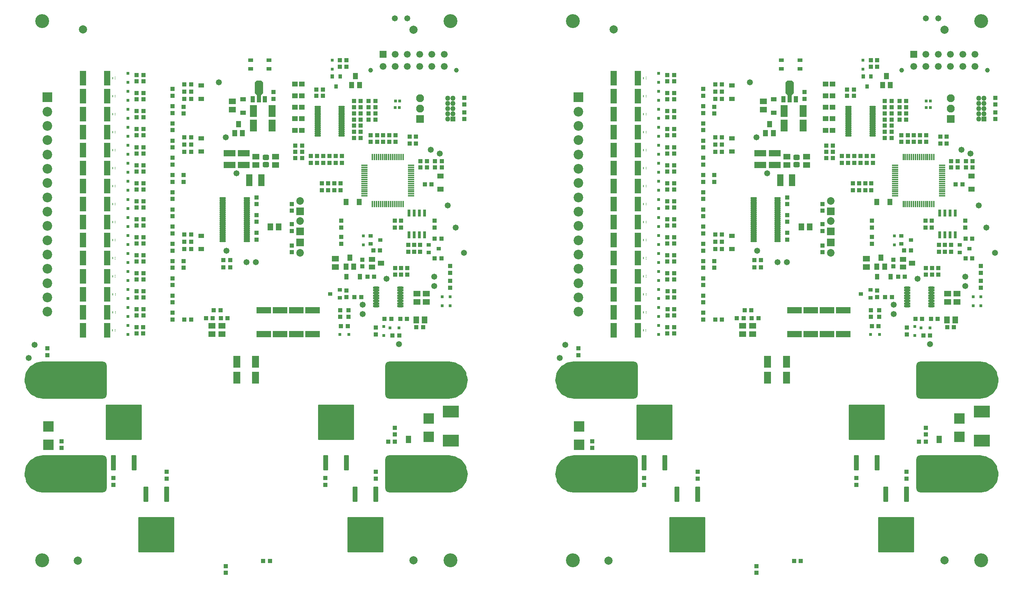
<source format=gts>
G04*
G04 #@! TF.GenerationSoftware,Altium Limited,Altium Designer,18.0.7 (293)*
G04*
G04 Layer_Color=8388736*
%FSLAX25Y25*%
%MOIN*%
G70*
G01*
G75*
%ADD14C,0.05000*%
G04:AMPARAMS|DCode=101|XSize=19.68mil|YSize=9.84mil|CornerRadius=1.96mil|HoleSize=0mil|Usage=FLASHONLY|Rotation=90.000|XOffset=0mil|YOffset=0mil|HoleType=Round|Shape=RoundedRectangle|*
%AMROUNDEDRECTD101*
21,1,0.01968,0.00593,0,0,90.0*
21,1,0.01577,0.00984,0,0,90.0*
1,1,0.00392,0.00296,0.00788*
1,1,0.00392,0.00296,-0.00788*
1,1,0.00392,-0.00296,-0.00788*
1,1,0.00392,-0.00296,0.00788*
%
%ADD101ROUNDEDRECTD101*%
%ADD102R,0.02962X0.06702*%
%ADD103R,0.03162X0.02769*%
%ADD104R,0.04042X0.04140*%
%ADD105C,0.05800*%
%ADD106R,0.09855X0.09855*%
G04:AMPARAMS|DCode=107|XSize=47.37mil|YSize=145.8mil|CornerRadius=5.97mil|HoleSize=0mil|Usage=FLASHONLY|Rotation=0.000|XOffset=0mil|YOffset=0mil|HoleType=Round|Shape=RoundedRectangle|*
%AMROUNDEDRECTD107*
21,1,0.04737,0.13386,0,0,0.0*
21,1,0.03543,0.14580,0,0,0.0*
1,1,0.01194,0.01772,-0.06693*
1,1,0.01194,-0.01772,-0.06693*
1,1,0.01194,-0.01772,0.06693*
1,1,0.01194,0.01772,0.06693*
%
%ADD107ROUNDEDRECTD107*%
G04:AMPARAMS|DCode=108|XSize=348.55mil|YSize=338.71mil|CornerRadius=5.65mil|HoleSize=0mil|Usage=FLASHONLY|Rotation=0.000|XOffset=0mil|YOffset=0mil|HoleType=Round|Shape=RoundedRectangle|*
%AMROUNDEDRECTD108*
21,1,0.34855,0.32740,0,0,0.0*
21,1,0.33724,0.33871,0,0,0.0*
1,1,0.01131,0.16862,-0.16370*
1,1,0.01131,-0.16862,-0.16370*
1,1,0.01131,-0.16862,0.16370*
1,1,0.01131,0.16862,0.16370*
%
%ADD108ROUNDEDRECTD108*%
%ADD109R,0.03162X0.03162*%
%ADD110R,0.05800X0.07100*%
%ADD111R,0.07100X0.05800*%
G04:AMPARAMS|DCode=112|XSize=63.12mil|YSize=51.31mil|CornerRadius=14.83mil|HoleSize=0mil|Usage=FLASHONLY|Rotation=180.000|XOffset=0mil|YOffset=0mil|HoleType=Round|Shape=RoundedRectangle|*
%AMROUNDEDRECTD112*
21,1,0.06312,0.02165,0,0,180.0*
21,1,0.03347,0.05131,0,0,180.0*
1,1,0.02965,-0.01673,0.01083*
1,1,0.02965,0.01673,0.01083*
1,1,0.02965,0.01673,-0.01083*
1,1,0.02965,-0.01673,-0.01083*
%
%ADD112ROUNDEDRECTD112*%
%ADD113R,0.03950X0.03556*%
%ADD114R,0.06240X0.01614*%
%ADD115R,0.01614X0.06240*%
%ADD116R,0.04737X0.03556*%
%ADD117R,0.04737X0.06312*%
%ADD118R,0.04140X0.04042*%
%ADD119R,0.07099X0.11430*%
%ADD120R,0.06112X0.04931*%
%ADD121R,0.04931X0.06112*%
%ADD122R,0.04402X0.05603*%
%ADD123R,0.06312X0.04737*%
%ADD124O,0.06312X0.02572*%
%ADD125R,0.11430X0.05918*%
%ADD126O,0.06312X0.01981*%
%ADD127R,0.05918X0.11430*%
%ADD128R,0.05603X0.04402*%
G04:AMPARAMS|DCode=129|XSize=82.8mil|YSize=141.86mil|CornerRadius=0mil|HoleSize=0mil|Usage=FLASHONLY|Rotation=180.000|XOffset=0mil|YOffset=0mil|HoleType=Round|Shape=Octagon|*
%AMOCTAGOND129*
4,1,8,0.02070,-0.07093,-0.02070,-0.07093,-0.04140,-0.05023,-0.04140,0.05023,-0.02070,0.07093,0.02070,0.07093,0.04140,0.05023,0.04140,-0.05023,0.02070,-0.07093,0.0*
%
%ADD129OCTAGOND129*%

%ADD130R,0.04343X0.06312*%
%ADD131R,0.04343X0.07887*%
%ADD132R,0.03556X0.03950*%
%ADD133R,0.05200X0.04800*%
%ADD134R,0.03162X0.03162*%
%ADD135R,0.14186X0.05918*%
G04:AMPARAMS|DCode=136|XSize=5.91mil|YSize=9.84mil|CornerRadius=1.97mil|HoleSize=0mil|Usage=FLASHONLY|Rotation=90.000|XOffset=0mil|YOffset=0mil|HoleType=Round|Shape=RoundedRectangle|*
%AMROUNDEDRECTD136*
21,1,0.00591,0.00591,0,0,90.0*
21,1,0.00197,0.00984,0,0,90.0*
1,1,0.00394,0.00295,0.00098*
1,1,0.00394,0.00295,-0.00098*
1,1,0.00394,-0.00295,-0.00098*
1,1,0.00394,-0.00295,0.00098*
%
%ADD136ROUNDEDRECTD136*%
%ADD137R,0.05918X0.14186*%
%ADD138R,0.01800X0.02800*%
%ADD139R,0.15800X0.11800*%
%ADD140C,0.07874*%
%ADD141C,0.18400*%
%ADD142C,0.07690*%
%ADD143R,0.07690X0.07690*%
G04:AMPARAMS|DCode=144|XSize=658mil|YSize=358mil|CornerRadius=39mil|HoleSize=0mil|Usage=FLASHONLY|Rotation=0.000|XOffset=0mil|YOffset=0mil|HoleType=Round|Shape=RoundedRectangle|*
%AMROUNDEDRECTD144*
21,1,0.65800,0.28000,0,0,0.0*
21,1,0.58000,0.35800,0,0,0.0*
1,1,0.07800,0.29000,-0.14000*
1,1,0.07800,-0.29000,-0.14000*
1,1,0.07800,-0.29000,0.14000*
1,1,0.07800,0.29000,0.14000*
%
%ADD144ROUNDEDRECTD144*%
%ADD145R,0.06584X0.06584*%
%ADD146C,0.06584*%
%ADD147C,0.04616*%
%ADD148C,0.09300*%
%ADD149R,0.09300X0.09300*%
%ADD150R,0.07300X0.07300*%
%ADD151C,0.07300*%
%ADD152C,0.13398*%
%ADD153R,0.05000X0.05000*%
G36*
X926681Y152185D02*
X921681D01*
Y159185D01*
X926681D01*
Y152185D01*
D02*
G37*
G36*
X414870D02*
X409870D01*
Y159185D01*
X414870D01*
Y152185D01*
D02*
G37*
D14*
X450370Y474685D02*
D03*
X455370D02*
D03*
Y469685D02*
D03*
Y479685D02*
D03*
Y484685D02*
D03*
X450370Y479685D02*
D03*
Y484685D02*
D03*
Y469685D02*
D03*
Y464685D02*
D03*
X962181Y474685D02*
D03*
X967181D02*
D03*
Y469685D02*
D03*
Y479685D02*
D03*
Y484685D02*
D03*
X962181Y479685D02*
D03*
Y484685D02*
D03*
Y469685D02*
D03*
Y464685D02*
D03*
D101*
X127091Y504085D02*
D03*
Y486721D02*
D03*
Y469356D02*
D03*
Y451992D02*
D03*
Y434628D02*
D03*
Y417264D02*
D03*
Y399899D02*
D03*
Y382535D02*
D03*
Y365171D02*
D03*
Y347806D02*
D03*
Y330442D02*
D03*
Y313078D02*
D03*
X127191Y295714D02*
D03*
Y278349D02*
D03*
X126991Y260985D02*
D03*
X638902Y504085D02*
D03*
Y486721D02*
D03*
Y469356D02*
D03*
Y451992D02*
D03*
Y434628D02*
D03*
Y417264D02*
D03*
Y399899D02*
D03*
Y382535D02*
D03*
Y365171D02*
D03*
Y347806D02*
D03*
Y330442D02*
D03*
Y313078D02*
D03*
X639002Y295714D02*
D03*
Y278349D02*
D03*
X638802Y260985D02*
D03*
D102*
X427870Y374085D02*
D03*
X422870D02*
D03*
X417870D02*
D03*
X412870D02*
D03*
X427870Y352825D02*
D03*
X422870D02*
D03*
X417870D02*
D03*
X412870D02*
D03*
X939681Y374085D02*
D03*
X934681D02*
D03*
X929681D02*
D03*
X924681D02*
D03*
X939681Y352825D02*
D03*
X934681D02*
D03*
X929681D02*
D03*
X924681D02*
D03*
D103*
X403639Y475685D02*
D03*
X399702D02*
D03*
X403739Y482033D02*
D03*
X399802D02*
D03*
X915450Y475685D02*
D03*
X911513D02*
D03*
X915550Y482033D02*
D03*
X911613D02*
D03*
D104*
X437570Y366433D02*
D03*
Y359937D02*
D03*
X452470Y322833D02*
D03*
Y316337D02*
D03*
Y308581D02*
D03*
Y302085D02*
D03*
X282370Y490433D02*
D03*
Y483937D02*
D03*
X236221Y27185D02*
D03*
Y33681D02*
D03*
X127870Y118433D02*
D03*
Y111937D02*
D03*
X332370Y118433D02*
D03*
Y111937D02*
D03*
X380870Y117937D02*
D03*
Y124433D02*
D03*
X179370Y117937D02*
D03*
Y124433D02*
D03*
X411370Y320933D02*
D03*
Y314437D02*
D03*
X405370Y320933D02*
D03*
Y314437D02*
D03*
X399470Y320933D02*
D03*
Y314437D02*
D03*
X417870Y343233D02*
D03*
Y336737D02*
D03*
X423670D02*
D03*
Y343233D02*
D03*
X412070D02*
D03*
Y336737D02*
D03*
X399070Y359937D02*
D03*
Y366433D02*
D03*
X405170D02*
D03*
Y359937D02*
D03*
X419570Y447533D02*
D03*
Y441037D02*
D03*
X413570Y447533D02*
D03*
Y441037D02*
D03*
X328970Y396037D02*
D03*
Y402533D02*
D03*
X340970Y396037D02*
D03*
Y402533D02*
D03*
X346867Y396037D02*
D03*
Y402533D02*
D03*
X334970D02*
D03*
Y396037D02*
D03*
X466370Y464437D02*
D03*
Y470933D02*
D03*
X399870Y442537D02*
D03*
Y449033D02*
D03*
X375870Y442537D02*
D03*
Y449033D02*
D03*
X393870Y442537D02*
D03*
Y449033D02*
D03*
X382070Y442537D02*
D03*
Y449033D02*
D03*
X387870Y442537D02*
D03*
Y449033D02*
D03*
X466370Y484933D02*
D03*
Y478437D02*
D03*
X77870Y147437D02*
D03*
Y153933D02*
D03*
X64370Y237089D02*
D03*
Y243585D02*
D03*
X347470Y360085D02*
D03*
Y366581D02*
D03*
Y350833D02*
D03*
Y344337D02*
D03*
X367970Y322489D02*
D03*
Y328985D02*
D03*
X346370Y521333D02*
D03*
Y514837D02*
D03*
X352470Y521333D02*
D03*
Y514837D02*
D03*
X348267Y428781D02*
D03*
Y422285D02*
D03*
X342370D02*
D03*
Y428781D02*
D03*
X324370Y422285D02*
D03*
Y428781D02*
D03*
X336370Y422285D02*
D03*
Y428781D02*
D03*
X318370D02*
D03*
Y422285D02*
D03*
X330370Y428781D02*
D03*
Y422285D02*
D03*
X380970Y257085D02*
D03*
Y263581D02*
D03*
X354470Y280333D02*
D03*
Y273837D02*
D03*
X346470D02*
D03*
Y280333D02*
D03*
X352470Y292837D02*
D03*
Y299333D02*
D03*
X299870Y376189D02*
D03*
Y382685D02*
D03*
Y356689D02*
D03*
Y363185D02*
D03*
X299870Y342685D02*
D03*
Y336189D02*
D03*
X265870Y354811D02*
D03*
Y348315D02*
D03*
Y365437D02*
D03*
Y371933D02*
D03*
Y389055D02*
D03*
Y382559D02*
D03*
X184870Y486989D02*
D03*
Y493485D02*
D03*
X195470Y469837D02*
D03*
Y476333D02*
D03*
X184870Y470400D02*
D03*
Y476896D02*
D03*
Y453812D02*
D03*
Y460308D02*
D03*
Y437223D02*
D03*
Y443719D02*
D03*
Y420635D02*
D03*
Y427131D02*
D03*
X195470Y404046D02*
D03*
Y410542D02*
D03*
X184870Y404046D02*
D03*
Y410542D02*
D03*
Y387457D02*
D03*
Y393953D02*
D03*
Y370869D02*
D03*
Y377365D02*
D03*
Y354280D02*
D03*
Y360776D02*
D03*
Y337691D02*
D03*
Y344187D02*
D03*
X195470Y321103D02*
D03*
Y327599D02*
D03*
X184870Y321103D02*
D03*
Y327599D02*
D03*
Y304514D02*
D03*
Y311010D02*
D03*
Y287926D02*
D03*
Y294422D02*
D03*
Y271337D02*
D03*
Y277833D02*
D03*
X399370Y160437D02*
D03*
Y166933D02*
D03*
X949381Y366433D02*
D03*
Y359937D02*
D03*
X964281Y322833D02*
D03*
Y316337D02*
D03*
Y308581D02*
D03*
Y302085D02*
D03*
X794181Y490433D02*
D03*
Y483937D02*
D03*
X748032Y27185D02*
D03*
Y33681D02*
D03*
X639681Y118433D02*
D03*
Y111937D02*
D03*
X844181Y118433D02*
D03*
Y111937D02*
D03*
X892681Y117937D02*
D03*
Y124433D02*
D03*
X691181Y117937D02*
D03*
Y124433D02*
D03*
X923181Y320933D02*
D03*
Y314437D02*
D03*
X917181Y320933D02*
D03*
Y314437D02*
D03*
X911281Y320933D02*
D03*
Y314437D02*
D03*
X929681Y343233D02*
D03*
Y336737D02*
D03*
X935481D02*
D03*
Y343233D02*
D03*
X923881D02*
D03*
Y336737D02*
D03*
X910881Y359937D02*
D03*
Y366433D02*
D03*
X916981D02*
D03*
Y359937D02*
D03*
X931381Y447533D02*
D03*
Y441037D02*
D03*
X925381Y447533D02*
D03*
Y441037D02*
D03*
X840781Y396037D02*
D03*
Y402533D02*
D03*
X852781Y396037D02*
D03*
Y402533D02*
D03*
X858678Y396037D02*
D03*
Y402533D02*
D03*
X846781D02*
D03*
Y396037D02*
D03*
X978181Y464437D02*
D03*
Y470933D02*
D03*
X911681Y442537D02*
D03*
Y449033D02*
D03*
X887681Y442537D02*
D03*
Y449033D02*
D03*
X905681Y442537D02*
D03*
Y449033D02*
D03*
X893881Y442537D02*
D03*
Y449033D02*
D03*
X899681Y442537D02*
D03*
Y449033D02*
D03*
X978181Y484933D02*
D03*
Y478437D02*
D03*
X589681Y147437D02*
D03*
Y153933D02*
D03*
X576181Y237089D02*
D03*
Y243585D02*
D03*
X859281Y360085D02*
D03*
Y366581D02*
D03*
Y350833D02*
D03*
Y344337D02*
D03*
X879781Y322489D02*
D03*
Y328985D02*
D03*
X858181Y521333D02*
D03*
Y514837D02*
D03*
X864281Y521333D02*
D03*
Y514837D02*
D03*
X860078Y428781D02*
D03*
Y422285D02*
D03*
X854181D02*
D03*
Y428781D02*
D03*
X836181Y422285D02*
D03*
Y428781D02*
D03*
X848181Y422285D02*
D03*
Y428781D02*
D03*
X830181D02*
D03*
Y422285D02*
D03*
X842181Y428781D02*
D03*
Y422285D02*
D03*
X892781Y257085D02*
D03*
Y263581D02*
D03*
X866281Y280333D02*
D03*
Y273837D02*
D03*
X858281D02*
D03*
Y280333D02*
D03*
X864281Y292837D02*
D03*
Y299333D02*
D03*
X811681Y376189D02*
D03*
Y382685D02*
D03*
Y356689D02*
D03*
Y363185D02*
D03*
X811681Y342685D02*
D03*
Y336189D02*
D03*
X777681Y354811D02*
D03*
Y348315D02*
D03*
Y365437D02*
D03*
Y371933D02*
D03*
Y389055D02*
D03*
Y382559D02*
D03*
X696681Y486989D02*
D03*
Y493485D02*
D03*
X707281Y469837D02*
D03*
Y476333D02*
D03*
X696681Y470400D02*
D03*
Y476896D02*
D03*
Y453812D02*
D03*
Y460308D02*
D03*
Y437223D02*
D03*
Y443719D02*
D03*
Y420635D02*
D03*
Y427131D02*
D03*
X707281Y404046D02*
D03*
Y410542D02*
D03*
X696681Y404046D02*
D03*
Y410542D02*
D03*
Y387457D02*
D03*
Y393953D02*
D03*
Y370869D02*
D03*
Y377365D02*
D03*
Y354280D02*
D03*
Y360776D02*
D03*
Y337691D02*
D03*
Y344187D02*
D03*
X707281Y321103D02*
D03*
Y327599D02*
D03*
X696681Y321103D02*
D03*
Y327599D02*
D03*
Y304514D02*
D03*
Y311010D02*
D03*
Y287926D02*
D03*
Y294422D02*
D03*
Y271337D02*
D03*
Y277833D02*
D03*
X911181Y160437D02*
D03*
Y166933D02*
D03*
D105*
X46370Y234185D02*
D03*
X51870Y247085D02*
D03*
X368370Y276685D02*
D03*
Y285685D02*
D03*
X265370Y326685D02*
D03*
X403370Y247685D02*
D03*
X437370Y303685D02*
D03*
X256370Y326685D02*
D03*
X437370Y312685D02*
D03*
X391370Y310685D02*
D03*
X442570Y431285D02*
D03*
X433870Y434885D02*
D03*
X450370Y381285D02*
D03*
X457870Y360085D02*
D03*
X399370Y561685D02*
D03*
X411370D02*
D03*
X465970Y335685D02*
D03*
X229670Y499885D02*
D03*
X236070Y446785D02*
D03*
X246470Y412185D02*
D03*
X236870Y337485D02*
D03*
X558181Y234185D02*
D03*
X563681Y247085D02*
D03*
X880181Y276685D02*
D03*
Y285685D02*
D03*
X777181Y326685D02*
D03*
X915181Y247685D02*
D03*
X949181Y303685D02*
D03*
X768181Y326685D02*
D03*
X949181Y312685D02*
D03*
X903181Y310685D02*
D03*
X954381Y431285D02*
D03*
X945681Y434885D02*
D03*
X962181Y381285D02*
D03*
X969681Y360085D02*
D03*
X911181Y561685D02*
D03*
X923181D02*
D03*
X977781Y335685D02*
D03*
X741481Y499885D02*
D03*
X747881Y446785D02*
D03*
X758281Y412185D02*
D03*
X748681Y337485D02*
D03*
D106*
X65170Y168343D02*
D03*
Y150627D02*
D03*
X431870Y175902D02*
D03*
Y158185D02*
D03*
X576981Y168343D02*
D03*
Y150627D02*
D03*
X943681Y175902D02*
D03*
Y158185D02*
D03*
D107*
X380827Y102953D02*
D03*
X360827D02*
D03*
X332520Y133268D02*
D03*
X352520D02*
D03*
X127795D02*
D03*
X147795D02*
D03*
X179291Y102953D02*
D03*
X159291D02*
D03*
X892638D02*
D03*
X872638D02*
D03*
X844331Y133268D02*
D03*
X864331D02*
D03*
X639606D02*
D03*
X659606D02*
D03*
X691102Y102953D02*
D03*
X671102D02*
D03*
D108*
X370827Y63976D02*
D03*
X342520Y172244D02*
D03*
X137795D02*
D03*
X169291Y63976D02*
D03*
X882638D02*
D03*
X854331Y172244D02*
D03*
X649606D02*
D03*
X681102Y63976D02*
D03*
D109*
X452470Y293416D02*
D03*
Y284754D02*
D03*
X444970Y293416D02*
D03*
Y284754D02*
D03*
X368970Y343254D02*
D03*
Y351916D02*
D03*
X338870Y521368D02*
D03*
Y512707D02*
D03*
X388669Y256085D02*
D03*
Y264746D02*
D03*
X141870Y499974D02*
D03*
Y508636D02*
D03*
Y482612D02*
D03*
Y491273D02*
D03*
Y465241D02*
D03*
Y473903D02*
D03*
Y447879D02*
D03*
Y456540D02*
D03*
Y430513D02*
D03*
Y439175D02*
D03*
Y413151D02*
D03*
Y421812D02*
D03*
Y395785D02*
D03*
Y404447D02*
D03*
Y378423D02*
D03*
Y387084D02*
D03*
Y361063D02*
D03*
Y369724D02*
D03*
Y343695D02*
D03*
Y352357D02*
D03*
Y326330D02*
D03*
Y334991D02*
D03*
Y308967D02*
D03*
Y317629D02*
D03*
Y291602D02*
D03*
Y300263D02*
D03*
Y274239D02*
D03*
Y282901D02*
D03*
Y256873D02*
D03*
Y265534D02*
D03*
X964281Y293416D02*
D03*
Y284754D02*
D03*
X956781Y293416D02*
D03*
Y284754D02*
D03*
X880781Y343254D02*
D03*
Y351916D02*
D03*
X850681Y521368D02*
D03*
Y512707D02*
D03*
X900480Y256085D02*
D03*
Y264746D02*
D03*
X653681Y499974D02*
D03*
Y508636D02*
D03*
Y482612D02*
D03*
Y491273D02*
D03*
Y465241D02*
D03*
Y473903D02*
D03*
Y447879D02*
D03*
Y456540D02*
D03*
Y430513D02*
D03*
Y439175D02*
D03*
Y413151D02*
D03*
Y421812D02*
D03*
Y395785D02*
D03*
Y404447D02*
D03*
Y378423D02*
D03*
Y387084D02*
D03*
Y361063D02*
D03*
Y369724D02*
D03*
Y343695D02*
D03*
Y352357D02*
D03*
Y326330D02*
D03*
Y334991D02*
D03*
Y308967D02*
D03*
Y317629D02*
D03*
Y291602D02*
D03*
Y300263D02*
D03*
Y274239D02*
D03*
Y282901D02*
D03*
Y256873D02*
D03*
Y265534D02*
D03*
D110*
X427722Y271085D02*
D03*
X419722D02*
D03*
X279370Y360685D02*
D03*
X287370D02*
D03*
X939533Y271085D02*
D03*
X931533D02*
D03*
X791181Y360685D02*
D03*
X799181D02*
D03*
D111*
X429470Y288333D02*
D03*
Y296333D02*
D03*
X420470Y296333D02*
D03*
Y288333D02*
D03*
X341970Y322085D02*
D03*
Y330085D02*
D03*
X265370Y420185D02*
D03*
Y428185D02*
D03*
X284374D02*
D03*
Y420185D02*
D03*
X242698Y473685D02*
D03*
Y481685D02*
D03*
X222818Y265185D02*
D03*
Y257185D02*
D03*
X232570Y265185D02*
D03*
Y257185D02*
D03*
X941281Y288333D02*
D03*
Y296333D02*
D03*
X932281Y296333D02*
D03*
Y288333D02*
D03*
X853781Y322085D02*
D03*
Y330085D02*
D03*
X777181Y420185D02*
D03*
Y428185D02*
D03*
X796185D02*
D03*
Y420185D02*
D03*
X754509Y473685D02*
D03*
Y481685D02*
D03*
X734630Y265185D02*
D03*
Y257185D02*
D03*
X744381Y265185D02*
D03*
Y257185D02*
D03*
D112*
X274870Y420642D02*
D03*
Y427728D02*
D03*
X786681Y420642D02*
D03*
Y427728D02*
D03*
D113*
X431946Y343427D02*
D03*
X431946Y335947D02*
D03*
X441395Y339687D02*
D03*
X375746Y351825D02*
D03*
X375746Y344345D02*
D03*
X385194Y348085D02*
D03*
X346195Y292345D02*
D03*
X346195Y299825D02*
D03*
X336746Y296085D02*
D03*
X943757Y343427D02*
D03*
X943757Y335947D02*
D03*
X953205Y339687D02*
D03*
X887557Y351825D02*
D03*
X887557Y344345D02*
D03*
X897005Y348085D02*
D03*
X858006Y292345D02*
D03*
X858006Y299825D02*
D03*
X848557Y296085D02*
D03*
D114*
X369770Y420028D02*
D03*
Y418059D02*
D03*
Y416090D02*
D03*
Y414122D02*
D03*
Y412153D02*
D03*
Y410185D02*
D03*
Y408216D02*
D03*
Y406248D02*
D03*
Y404280D02*
D03*
Y402311D02*
D03*
Y400343D02*
D03*
Y398374D02*
D03*
Y396406D02*
D03*
Y394437D02*
D03*
Y392469D02*
D03*
Y390500D02*
D03*
X414951D02*
D03*
Y392469D02*
D03*
Y394437D02*
D03*
Y396406D02*
D03*
Y398374D02*
D03*
Y400343D02*
D03*
Y402311D02*
D03*
Y404280D02*
D03*
Y406248D02*
D03*
Y408216D02*
D03*
Y410185D02*
D03*
Y412153D02*
D03*
Y414122D02*
D03*
Y416090D02*
D03*
Y418059D02*
D03*
Y420028D02*
D03*
X881581D02*
D03*
Y418059D02*
D03*
Y416090D02*
D03*
Y414122D02*
D03*
Y412153D02*
D03*
Y410185D02*
D03*
Y408216D02*
D03*
Y406248D02*
D03*
Y404280D02*
D03*
Y402311D02*
D03*
Y400343D02*
D03*
Y398374D02*
D03*
Y396406D02*
D03*
Y394437D02*
D03*
Y392469D02*
D03*
Y390500D02*
D03*
X926762D02*
D03*
Y392469D02*
D03*
Y394437D02*
D03*
Y396406D02*
D03*
Y398374D02*
D03*
Y400343D02*
D03*
Y402311D02*
D03*
Y404280D02*
D03*
Y406248D02*
D03*
Y408216D02*
D03*
Y410185D02*
D03*
Y412153D02*
D03*
Y414122D02*
D03*
Y416090D02*
D03*
Y418059D02*
D03*
Y420028D02*
D03*
D115*
X377597Y382673D02*
D03*
X379565D02*
D03*
X381534D02*
D03*
X383502D02*
D03*
X385471D02*
D03*
X387439D02*
D03*
X389408D02*
D03*
X391376D02*
D03*
X393345D02*
D03*
X395313D02*
D03*
X397282D02*
D03*
X399250D02*
D03*
X401219D02*
D03*
X403187D02*
D03*
X405156D02*
D03*
X407124D02*
D03*
Y427854D02*
D03*
X405156D02*
D03*
X403187D02*
D03*
X401219D02*
D03*
X399250D02*
D03*
X397282D02*
D03*
X395313D02*
D03*
X393345D02*
D03*
X391376D02*
D03*
X389408D02*
D03*
X387439D02*
D03*
X385471D02*
D03*
X383502D02*
D03*
X381534D02*
D03*
X379565D02*
D03*
X377597D02*
D03*
X889408Y382673D02*
D03*
X891376D02*
D03*
X893345D02*
D03*
X895313D02*
D03*
X897282D02*
D03*
X899250D02*
D03*
X901219D02*
D03*
X903187D02*
D03*
X905156D02*
D03*
X907124D02*
D03*
X909093D02*
D03*
X911061D02*
D03*
X913030D02*
D03*
X914998D02*
D03*
X916967D02*
D03*
X918935D02*
D03*
Y427854D02*
D03*
X916967D02*
D03*
X914998D02*
D03*
X913030D02*
D03*
X911061D02*
D03*
X909093D02*
D03*
X907124D02*
D03*
X905156D02*
D03*
X903187D02*
D03*
X901219D02*
D03*
X899250D02*
D03*
X897282D02*
D03*
X895313D02*
D03*
X893345D02*
D03*
X891376D02*
D03*
X889408D02*
D03*
D116*
X277928Y512953D02*
D03*
X260212D02*
D03*
X277928Y521417D02*
D03*
X260212D02*
D03*
X789739Y512953D02*
D03*
X772023D02*
D03*
X789739Y521417D02*
D03*
X772023D02*
D03*
D117*
X357630Y497422D02*
D03*
X365110D02*
D03*
X361370Y506083D02*
D03*
X352230Y322254D02*
D03*
X359710D02*
D03*
X355970Y330916D02*
D03*
X244871Y450854D02*
D03*
X252352D02*
D03*
X248611Y459516D02*
D03*
X869441Y497422D02*
D03*
X876921D02*
D03*
X873181Y506083D02*
D03*
X864041Y322254D02*
D03*
X871521D02*
D03*
X867781Y330916D02*
D03*
X756682Y450854D02*
D03*
X764163D02*
D03*
X760423Y459516D02*
D03*
D118*
X359822Y446285D02*
D03*
X366318D02*
D03*
X272342Y38685D02*
D03*
X278839D02*
D03*
X444118Y349185D02*
D03*
X437622D02*
D03*
Y330185D02*
D03*
X444118D02*
D03*
X444418Y417985D02*
D03*
X437922D02*
D03*
X444418Y424085D02*
D03*
X437922D02*
D03*
X430218D02*
D03*
X423722D02*
D03*
X430218Y417985D02*
D03*
X423722D02*
D03*
X428122Y401685D02*
D03*
X434618D02*
D03*
X372722Y312585D02*
D03*
X379218D02*
D03*
X378470Y338085D02*
D03*
X384966D02*
D03*
X395818Y272085D02*
D03*
X389322D02*
D03*
X410894D02*
D03*
X404398D02*
D03*
X323422Y486933D02*
D03*
X329918D02*
D03*
Y493033D02*
D03*
X323422D02*
D03*
X374022Y464085D02*
D03*
X380518D02*
D03*
X374022Y469933D02*
D03*
X380518D02*
D03*
X366318Y458185D02*
D03*
X359822D02*
D03*
Y452185D02*
D03*
X366318D02*
D03*
X374021Y481933D02*
D03*
X380517D02*
D03*
X374021Y475833D02*
D03*
X380517D02*
D03*
X303274Y427033D02*
D03*
X309770D02*
D03*
X303274Y433033D02*
D03*
X309770D02*
D03*
Y439033D02*
D03*
X303274D02*
D03*
X366318Y464085D02*
D03*
X359822D02*
D03*
X366318Y469933D02*
D03*
X359822D02*
D03*
Y475833D02*
D03*
X366318D02*
D03*
Y481933D02*
D03*
X359822D02*
D03*
X426518Y263885D02*
D03*
X420022D02*
D03*
X396970Y256085D02*
D03*
X403466D02*
D03*
X347376Y265085D02*
D03*
X353872D02*
D03*
X360222Y292932D02*
D03*
X366718D02*
D03*
X240417Y328685D02*
D03*
X233921D02*
D03*
X240417Y321685D02*
D03*
X233921D02*
D03*
X231422Y272685D02*
D03*
X237918D02*
D03*
X217122D02*
D03*
X223618D02*
D03*
X196376Y483885D02*
D03*
X202872D02*
D03*
X196376Y497885D02*
D03*
X202872D02*
D03*
X196376Y490885D02*
D03*
X202872D02*
D03*
X196376Y440016D02*
D03*
X202872D02*
D03*
Y447085D02*
D03*
X196376D02*
D03*
Y339147D02*
D03*
X202872D02*
D03*
X196376Y346216D02*
D03*
X202872D02*
D03*
Y353285D02*
D03*
X196376D02*
D03*
X202872Y271385D02*
D03*
X196376D02*
D03*
X150222Y437428D02*
D03*
X156718D02*
D03*
X150222Y506885D02*
D03*
X156718D02*
D03*
X150222Y500885D02*
D03*
X156718D02*
D03*
X150222Y489521D02*
D03*
X156718D02*
D03*
X150222Y483521D02*
D03*
X156718D02*
D03*
X150222Y472156D02*
D03*
X156718D02*
D03*
X150222Y466156D02*
D03*
X156718D02*
D03*
X150222Y454792D02*
D03*
X156718D02*
D03*
X150222Y448792D02*
D03*
X156718D02*
D03*
X196376Y432947D02*
D03*
X202872D02*
D03*
X150222Y431428D02*
D03*
X156718D02*
D03*
X150222Y420063D02*
D03*
X156718D02*
D03*
X150222Y414064D02*
D03*
X156718D02*
D03*
X150222Y402699D02*
D03*
X156718D02*
D03*
X150222Y396699D02*
D03*
X156718D02*
D03*
X150222Y385335D02*
D03*
X156718D02*
D03*
X150222Y379335D02*
D03*
X156718D02*
D03*
X150222Y367971D02*
D03*
X156718D02*
D03*
X150222Y361971D02*
D03*
X156718D02*
D03*
X150222Y350606D02*
D03*
X156718D02*
D03*
X150222Y344606D02*
D03*
X156718D02*
D03*
X150222Y333242D02*
D03*
X156718D02*
D03*
X150222Y327242D02*
D03*
X156718D02*
D03*
X150222Y315878D02*
D03*
X156718D02*
D03*
X150222Y309878D02*
D03*
X156718D02*
D03*
X150322Y298514D02*
D03*
X156818D02*
D03*
X150322Y292514D02*
D03*
X156818D02*
D03*
X150322Y281149D02*
D03*
X156818D02*
D03*
X150322Y275149D02*
D03*
X156818D02*
D03*
X150122Y263785D02*
D03*
X156618D02*
D03*
X150122Y257785D02*
D03*
X156618D02*
D03*
X392874Y153685D02*
D03*
X399370D02*
D03*
X231118Y280185D02*
D03*
X224622D02*
D03*
X871633Y446285D02*
D03*
X878129D02*
D03*
X784154Y38685D02*
D03*
X790650D02*
D03*
X955929Y349185D02*
D03*
X949433D02*
D03*
Y330185D02*
D03*
X955929D02*
D03*
X956229Y417985D02*
D03*
X949733D02*
D03*
X956229Y424085D02*
D03*
X949733D02*
D03*
X942029D02*
D03*
X935533D02*
D03*
X942029Y417985D02*
D03*
X935533D02*
D03*
X939933Y401685D02*
D03*
X946429D02*
D03*
X884533Y312585D02*
D03*
X891029D02*
D03*
X890281Y338085D02*
D03*
X896777D02*
D03*
X907629Y272085D02*
D03*
X901133D02*
D03*
X922705D02*
D03*
X916209D02*
D03*
X835233Y486933D02*
D03*
X841729D02*
D03*
Y493033D02*
D03*
X835233D02*
D03*
X885833Y464085D02*
D03*
X892329D02*
D03*
X885833Y469933D02*
D03*
X892329D02*
D03*
X878129Y458185D02*
D03*
X871633D02*
D03*
Y452185D02*
D03*
X878129D02*
D03*
X885832Y481933D02*
D03*
X892328D02*
D03*
X885832Y475833D02*
D03*
X892328D02*
D03*
X815085Y427033D02*
D03*
X821581D02*
D03*
X815085Y433033D02*
D03*
X821581D02*
D03*
Y439033D02*
D03*
X815085D02*
D03*
X878129Y464085D02*
D03*
X871633D02*
D03*
X878129Y469933D02*
D03*
X871633D02*
D03*
Y475833D02*
D03*
X878129D02*
D03*
Y481933D02*
D03*
X871633D02*
D03*
X938329Y263885D02*
D03*
X931833D02*
D03*
X908781Y256085D02*
D03*
X915277D02*
D03*
X859187Y265085D02*
D03*
X865683D02*
D03*
X872033Y292932D02*
D03*
X878529D02*
D03*
X752228Y328685D02*
D03*
X745732D02*
D03*
X752228Y321685D02*
D03*
X745732D02*
D03*
X743233Y272685D02*
D03*
X749729D02*
D03*
X728933D02*
D03*
X735429D02*
D03*
X708187Y483885D02*
D03*
X714683D02*
D03*
X708187Y497885D02*
D03*
X714683D02*
D03*
X708187Y490885D02*
D03*
X714683D02*
D03*
X708187Y440016D02*
D03*
X714683D02*
D03*
Y447085D02*
D03*
X708187D02*
D03*
Y339147D02*
D03*
X714683D02*
D03*
X708187Y346216D02*
D03*
X714683D02*
D03*
Y353285D02*
D03*
X708187D02*
D03*
X714683Y271385D02*
D03*
X708187D02*
D03*
X662033Y437428D02*
D03*
X668529D02*
D03*
X662033Y506885D02*
D03*
X668529D02*
D03*
X662033Y500885D02*
D03*
X668529D02*
D03*
X662033Y489521D02*
D03*
X668529D02*
D03*
X662033Y483521D02*
D03*
X668529D02*
D03*
X662033Y472156D02*
D03*
X668529D02*
D03*
X662033Y466156D02*
D03*
X668529D02*
D03*
X662033Y454792D02*
D03*
X668529D02*
D03*
X662033Y448792D02*
D03*
X668529D02*
D03*
X708187Y432947D02*
D03*
X714683D02*
D03*
X662033Y431428D02*
D03*
X668529D02*
D03*
X662033Y420063D02*
D03*
X668529D02*
D03*
X662033Y414064D02*
D03*
X668529D02*
D03*
X662033Y402699D02*
D03*
X668529D02*
D03*
X662033Y396699D02*
D03*
X668529D02*
D03*
X662033Y385335D02*
D03*
X668529D02*
D03*
X662033Y379335D02*
D03*
X668529D02*
D03*
X662033Y367971D02*
D03*
X668529D02*
D03*
X662033Y361971D02*
D03*
X668529D02*
D03*
X662033Y350606D02*
D03*
X668529D02*
D03*
X662033Y344606D02*
D03*
X668529D02*
D03*
X662033Y333242D02*
D03*
X668529D02*
D03*
X662033Y327242D02*
D03*
X668529D02*
D03*
X662033Y315878D02*
D03*
X668529D02*
D03*
X662033Y309878D02*
D03*
X668529D02*
D03*
X662133Y298514D02*
D03*
X668629D02*
D03*
X662133Y292514D02*
D03*
X668629D02*
D03*
X662133Y281149D02*
D03*
X668629D02*
D03*
X662133Y275149D02*
D03*
X668629D02*
D03*
X661933Y263785D02*
D03*
X668429D02*
D03*
X661933Y257785D02*
D03*
X668429D02*
D03*
X904685Y153685D02*
D03*
X911181D02*
D03*
X742929Y280185D02*
D03*
X736433D02*
D03*
D119*
X262815Y472185D02*
D03*
X280925D02*
D03*
X262815Y458185D02*
D03*
X280925D02*
D03*
X264961Y215186D02*
D03*
X246850D02*
D03*
X264961Y230686D02*
D03*
X246850D02*
D03*
X774626Y472185D02*
D03*
X792736D02*
D03*
X774626Y458185D02*
D03*
X792736D02*
D03*
X776772Y215186D02*
D03*
X758661D02*
D03*
X776772Y230686D02*
D03*
X758661D02*
D03*
D120*
X443370Y409484D02*
D03*
Y396886D02*
D03*
X955181Y409484D02*
D03*
Y396886D02*
D03*
D121*
X364769Y384685D02*
D03*
X352171D02*
D03*
X876580D02*
D03*
X863982D02*
D03*
D122*
X365417Y312585D02*
D03*
X352523D02*
D03*
X877228D02*
D03*
X864334D02*
D03*
D123*
X377309Y329325D02*
D03*
Y321845D02*
D03*
X385970Y325585D02*
D03*
X889120Y329325D02*
D03*
Y321845D02*
D03*
X897781Y325585D02*
D03*
D124*
X404584Y284128D02*
D03*
Y286687D02*
D03*
Y289247D02*
D03*
Y291806D02*
D03*
Y294365D02*
D03*
Y296924D02*
D03*
Y299483D02*
D03*
Y302042D02*
D03*
X381356Y284128D02*
D03*
Y286687D02*
D03*
Y289247D02*
D03*
Y291806D02*
D03*
Y294365D02*
D03*
Y296924D02*
D03*
Y299483D02*
D03*
Y302042D02*
D03*
X916395Y284128D02*
D03*
Y286687D02*
D03*
Y289247D02*
D03*
Y291806D02*
D03*
Y294365D02*
D03*
Y296924D02*
D03*
Y299483D02*
D03*
Y302042D02*
D03*
X893167Y284128D02*
D03*
Y286687D02*
D03*
Y289247D02*
D03*
Y291806D02*
D03*
Y294365D02*
D03*
Y296924D02*
D03*
Y299483D02*
D03*
Y302042D02*
D03*
D125*
X253706Y431614D02*
D03*
Y420196D02*
D03*
X239870D02*
D03*
Y431614D02*
D03*
X765517D02*
D03*
Y420196D02*
D03*
X751681D02*
D03*
Y431614D02*
D03*
D126*
X256484Y347016D02*
D03*
Y348984D02*
D03*
Y350953D02*
D03*
Y352921D02*
D03*
Y354890D02*
D03*
Y356858D02*
D03*
Y358827D02*
D03*
Y360795D02*
D03*
Y362764D02*
D03*
Y364732D02*
D03*
Y366701D02*
D03*
Y368669D02*
D03*
Y370638D02*
D03*
Y372606D02*
D03*
Y374575D02*
D03*
Y376543D02*
D03*
Y378512D02*
D03*
Y380480D02*
D03*
Y382449D02*
D03*
Y384417D02*
D03*
Y386386D02*
D03*
Y388354D02*
D03*
X233256Y347016D02*
D03*
Y348984D02*
D03*
Y350953D02*
D03*
Y352921D02*
D03*
Y354890D02*
D03*
Y356858D02*
D03*
Y358827D02*
D03*
Y360795D02*
D03*
Y362764D02*
D03*
Y364732D02*
D03*
Y366701D02*
D03*
Y368669D02*
D03*
Y370638D02*
D03*
Y372606D02*
D03*
Y374575D02*
D03*
Y376543D02*
D03*
Y378512D02*
D03*
Y380480D02*
D03*
Y382449D02*
D03*
Y384417D02*
D03*
Y386386D02*
D03*
Y388354D02*
D03*
X347984Y448753D02*
D03*
Y450722D02*
D03*
Y452691D02*
D03*
Y454659D02*
D03*
Y456628D02*
D03*
Y458596D02*
D03*
Y460565D02*
D03*
Y462533D02*
D03*
Y464502D02*
D03*
Y466470D02*
D03*
Y468439D02*
D03*
Y470407D02*
D03*
Y472376D02*
D03*
Y474344D02*
D03*
Y476313D02*
D03*
X324756Y448753D02*
D03*
Y450722D02*
D03*
Y452691D02*
D03*
Y454659D02*
D03*
Y456628D02*
D03*
Y458596D02*
D03*
Y460565D02*
D03*
Y462533D02*
D03*
Y464502D02*
D03*
Y466470D02*
D03*
Y468439D02*
D03*
Y470407D02*
D03*
Y472376D02*
D03*
Y474344D02*
D03*
Y476313D02*
D03*
X768295Y347016D02*
D03*
Y348984D02*
D03*
Y350953D02*
D03*
Y352921D02*
D03*
Y354890D02*
D03*
Y356858D02*
D03*
Y358827D02*
D03*
Y360795D02*
D03*
Y362764D02*
D03*
Y364732D02*
D03*
Y366701D02*
D03*
Y368669D02*
D03*
Y370638D02*
D03*
Y372606D02*
D03*
Y374575D02*
D03*
Y376543D02*
D03*
Y378512D02*
D03*
Y380480D02*
D03*
Y382449D02*
D03*
Y384417D02*
D03*
Y386386D02*
D03*
Y388354D02*
D03*
X745067Y347016D02*
D03*
Y348984D02*
D03*
Y350953D02*
D03*
Y352921D02*
D03*
Y354890D02*
D03*
Y356858D02*
D03*
Y358827D02*
D03*
Y360795D02*
D03*
Y362764D02*
D03*
Y364732D02*
D03*
Y366701D02*
D03*
Y368669D02*
D03*
Y370638D02*
D03*
Y372606D02*
D03*
Y374575D02*
D03*
Y376543D02*
D03*
Y378512D02*
D03*
Y380480D02*
D03*
Y382449D02*
D03*
Y384417D02*
D03*
Y386386D02*
D03*
Y388354D02*
D03*
X859795Y448753D02*
D03*
Y450722D02*
D03*
Y452691D02*
D03*
Y454659D02*
D03*
Y456628D02*
D03*
Y458596D02*
D03*
Y460565D02*
D03*
Y462533D02*
D03*
Y464502D02*
D03*
Y466470D02*
D03*
Y468439D02*
D03*
Y470407D02*
D03*
Y472376D02*
D03*
Y474344D02*
D03*
Y476313D02*
D03*
X836567Y448753D02*
D03*
Y450722D02*
D03*
Y452691D02*
D03*
Y454659D02*
D03*
Y456628D02*
D03*
Y458596D02*
D03*
Y460565D02*
D03*
Y462533D02*
D03*
Y464502D02*
D03*
Y466470D02*
D03*
Y468439D02*
D03*
Y470407D02*
D03*
Y472376D02*
D03*
Y474344D02*
D03*
Y476313D02*
D03*
D127*
X259041Y405685D02*
D03*
X270459D02*
D03*
X770853D02*
D03*
X782270D02*
D03*
D128*
X252870Y483632D02*
D03*
Y470738D02*
D03*
X212470Y483938D02*
D03*
Y496832D02*
D03*
Y433191D02*
D03*
Y446085D02*
D03*
Y339138D02*
D03*
Y352032D02*
D03*
X764681Y483632D02*
D03*
Y470738D02*
D03*
X724281Y483938D02*
D03*
Y496832D02*
D03*
Y433191D02*
D03*
Y446085D02*
D03*
Y339138D02*
D03*
Y352032D02*
D03*
D129*
X268056Y494728D02*
D03*
X779867D02*
D03*
D130*
X273961Y483705D02*
D03*
X262150D02*
D03*
X785772D02*
D03*
X773961D02*
D03*
D131*
X268056Y484492D02*
D03*
X779867D02*
D03*
D132*
X346410Y505482D02*
D03*
X338930Y505482D02*
D03*
X342670Y496033D02*
D03*
X858221Y505482D02*
D03*
X850741Y505482D02*
D03*
X854481Y496033D02*
D03*
D133*
X309567Y453633D02*
D03*
X302874D02*
D03*
X309567Y464783D02*
D03*
X302874D02*
D03*
Y475933D02*
D03*
X309567D02*
D03*
X302874Y487083D02*
D03*
X309567D02*
D03*
Y498233D02*
D03*
X302874D02*
D03*
X821378Y453633D02*
D03*
X814685D02*
D03*
X821378Y464783D02*
D03*
X814685D02*
D03*
Y475933D02*
D03*
X821378D02*
D03*
X814685Y487083D02*
D03*
X821378D02*
D03*
Y498233D02*
D03*
X814685D02*
D03*
D134*
X403301Y263370D02*
D03*
X394639D02*
D03*
X346139Y257085D02*
D03*
X354801D02*
D03*
X915112Y263370D02*
D03*
X906450D02*
D03*
X857950Y257085D02*
D03*
X866612D02*
D03*
D135*
X319870Y280403D02*
D03*
Y257175D02*
D03*
X304203Y280403D02*
D03*
Y257175D02*
D03*
X288537Y280403D02*
D03*
Y257175D02*
D03*
X272870Y280403D02*
D03*
Y257175D02*
D03*
X831681Y280403D02*
D03*
Y257175D02*
D03*
X816014Y280403D02*
D03*
Y257175D02*
D03*
X800348Y280403D02*
D03*
Y257175D02*
D03*
X784681Y280403D02*
D03*
Y257175D02*
D03*
D136*
X129650Y503396D02*
D03*
Y504774D02*
D03*
Y486032D02*
D03*
Y487410D02*
D03*
Y468667D02*
D03*
Y470045D02*
D03*
Y451303D02*
D03*
Y452681D02*
D03*
Y433939D02*
D03*
Y435317D02*
D03*
Y416575D02*
D03*
Y417952D02*
D03*
Y399210D02*
D03*
Y400588D02*
D03*
Y381846D02*
D03*
Y383224D02*
D03*
Y364482D02*
D03*
Y365860D02*
D03*
Y347117D02*
D03*
Y348495D02*
D03*
Y329753D02*
D03*
Y331131D02*
D03*
Y312389D02*
D03*
Y313767D02*
D03*
X129750Y295025D02*
D03*
Y296403D02*
D03*
Y277660D02*
D03*
Y279038D02*
D03*
X129550Y260296D02*
D03*
Y261674D02*
D03*
X641461Y503396D02*
D03*
Y504774D02*
D03*
Y486032D02*
D03*
Y487410D02*
D03*
Y468667D02*
D03*
Y470045D02*
D03*
Y451303D02*
D03*
Y452681D02*
D03*
Y433939D02*
D03*
Y435317D02*
D03*
Y416575D02*
D03*
Y417952D02*
D03*
Y399210D02*
D03*
Y400588D02*
D03*
Y381846D02*
D03*
Y383224D02*
D03*
Y364482D02*
D03*
Y365860D02*
D03*
Y347117D02*
D03*
Y348495D02*
D03*
Y329753D02*
D03*
Y331131D02*
D03*
Y312389D02*
D03*
Y313767D02*
D03*
X641561Y295025D02*
D03*
Y296403D02*
D03*
Y277660D02*
D03*
Y279038D02*
D03*
X641361Y260296D02*
D03*
Y261674D02*
D03*
D137*
X121784Y260985D02*
D03*
X98556D02*
D03*
X121784Y278349D02*
D03*
X98556D02*
D03*
X121784Y295714D02*
D03*
X98556D02*
D03*
X121784Y313078D02*
D03*
X98556D02*
D03*
X121784Y330442D02*
D03*
X98556D02*
D03*
X121784Y347806D02*
D03*
X98556D02*
D03*
X121784Y365171D02*
D03*
X98556D02*
D03*
X121784Y382535D02*
D03*
X98556D02*
D03*
X121784Y399899D02*
D03*
X98556D02*
D03*
X121784Y417264D02*
D03*
X98556D02*
D03*
X121784Y434628D02*
D03*
X98556D02*
D03*
X121784Y451992D02*
D03*
X98556D02*
D03*
X121784Y469356D02*
D03*
X98556D02*
D03*
X121784Y486721D02*
D03*
X98556D02*
D03*
X121784Y504085D02*
D03*
X98556D02*
D03*
X633595Y260985D02*
D03*
X610367D02*
D03*
X633595Y278349D02*
D03*
X610367D02*
D03*
X633595Y295714D02*
D03*
X610367D02*
D03*
X633595Y313078D02*
D03*
X610367D02*
D03*
X633595Y330442D02*
D03*
X610367D02*
D03*
X633595Y347806D02*
D03*
X610367D02*
D03*
X633595Y365171D02*
D03*
X610367D02*
D03*
X633595Y382535D02*
D03*
X610367D02*
D03*
X633595Y399899D02*
D03*
X610367D02*
D03*
X633595Y417264D02*
D03*
X610367D02*
D03*
X633595Y434628D02*
D03*
X610367D02*
D03*
X633595Y451992D02*
D03*
X610367D02*
D03*
X633595Y469356D02*
D03*
X610367D02*
D03*
X633595Y486721D02*
D03*
X610367D02*
D03*
X633595Y504085D02*
D03*
X610367D02*
D03*
D138*
X412370Y154185D02*
D03*
Y157185D02*
D03*
X924181Y154185D02*
D03*
Y157185D02*
D03*
D139*
X453370Y182734D02*
D03*
Y154636D02*
D03*
X965181Y182734D02*
D03*
Y154636D02*
D03*
D140*
X417323Y550635D02*
D03*
X93470Y38785D02*
D03*
X98425Y550985D02*
D03*
X417323Y39370D02*
D03*
X929134Y550635D02*
D03*
X605281Y38785D02*
D03*
X610236Y550985D02*
D03*
X929134Y39370D02*
D03*
D141*
X460375Y122436D02*
G03*
X460375Y122436I-8800J0D01*
G01*
X68836Y212987D02*
G03*
X68836Y212987I-8800J0D01*
G01*
Y122436D02*
G03*
X68836Y122436I-8800J0D01*
G01*
X460375Y212987D02*
G03*
X460375Y212987I-8800J0D01*
G01*
X972186Y122436D02*
G03*
X972186Y122436I-8800J0D01*
G01*
X580647Y212987D02*
G03*
X580647Y212987I-8800J0D01*
G01*
Y122436D02*
G03*
X580647Y122436I-8800J0D01*
G01*
X972186Y212987D02*
G03*
X972186Y212987I-8800J0D01*
G01*
D142*
X423470Y474485D02*
D03*
Y484485D02*
D03*
X935281Y474485D02*
D03*
Y484485D02*
D03*
D143*
X423470Y464485D02*
D03*
X935281D02*
D03*
D144*
X422949Y122436D02*
D03*
X88662Y212987D02*
D03*
Y122436D02*
D03*
X422949Y212987D02*
D03*
X934760Y122436D02*
D03*
X600473Y212987D02*
D03*
Y122436D02*
D03*
X934760Y212987D02*
D03*
D145*
X387759Y527085D02*
D03*
X899570D02*
D03*
D146*
X399570D02*
D03*
X411381D02*
D03*
X423192D02*
D03*
X435003D02*
D03*
X446814D02*
D03*
X387759Y515274D02*
D03*
X399570D02*
D03*
X411381D02*
D03*
X423192D02*
D03*
X435003D02*
D03*
X446814D02*
D03*
X911381Y527085D02*
D03*
X923192D02*
D03*
X935003D02*
D03*
X946814D02*
D03*
X958625D02*
D03*
X899570Y515274D02*
D03*
X911381D02*
D03*
X923192D02*
D03*
X935003D02*
D03*
X946814D02*
D03*
X958625D02*
D03*
D147*
X375948Y511573D02*
D03*
X458625D02*
D03*
X887759D02*
D03*
X970436D02*
D03*
D148*
X64370Y347728D02*
D03*
Y361508D02*
D03*
Y375287D02*
D03*
Y389067D02*
D03*
Y402846D02*
D03*
Y416626D02*
D03*
Y430406D02*
D03*
Y444185D02*
D03*
Y457965D02*
D03*
Y471744D02*
D03*
Y333949D02*
D03*
Y320169D02*
D03*
Y306390D02*
D03*
Y292610D02*
D03*
Y278831D02*
D03*
X576181Y347728D02*
D03*
Y361508D02*
D03*
Y375287D02*
D03*
Y389067D02*
D03*
Y402846D02*
D03*
Y416626D02*
D03*
Y430406D02*
D03*
Y444185D02*
D03*
Y457965D02*
D03*
Y471744D02*
D03*
Y333949D02*
D03*
Y320169D02*
D03*
Y306390D02*
D03*
Y292610D02*
D03*
Y278831D02*
D03*
D149*
X64370Y485524D02*
D03*
X576181D02*
D03*
D150*
X307870Y375685D02*
D03*
Y356185D02*
D03*
Y345685D02*
D03*
X819681Y375685D02*
D03*
Y356185D02*
D03*
Y345685D02*
D03*
D151*
X307870Y385685D02*
D03*
Y366185D02*
D03*
Y335685D02*
D03*
X819681Y385685D02*
D03*
Y366185D02*
D03*
Y335685D02*
D03*
D152*
X59055Y39370D02*
D03*
X452756D02*
D03*
X59055Y559055D02*
D03*
X452756D02*
D03*
X570866Y39370D02*
D03*
X964567D02*
D03*
X570866Y559055D02*
D03*
X964567D02*
D03*
D153*
X455370Y464685D02*
D03*
X967181D02*
D03*
M02*

</source>
